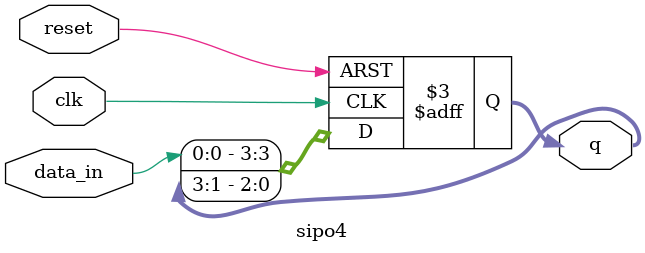
<source format=v>
`timescale 1ns / 1ps
module sipo4(clk,reset,data_in,q);
input clk, reset, data_in;
output reg [3:0] q;

always @ (negedge reset or posedge clk) begin
	if(~reset)
		q <= 4'b0000;
	else begin
		q[2:0] <= q[3:1];
		q[3] <= data_in;
	end
end

endmodule

</source>
